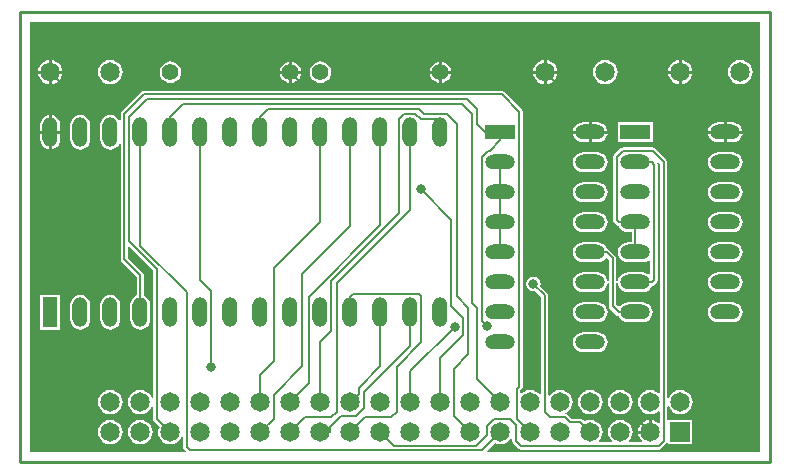
<source format=gtl>
%FSLAX24Y24*%
%MOIN*%
G70*
G01*
G75*
G04 Layer_Physical_Order=1*
G04 Layer_Color=255*
%ADD10C,0.0100*%
%ADD11C,0.0080*%
%ADD12C,0.0551*%
%ADD13C,0.0650*%
%ADD14R,0.0650X0.0650*%
%ADD15O,0.0500X0.1000*%
%ADD16R,0.0500X0.1000*%
%ADD17O,0.1000X0.0500*%
%ADD18R,0.1000X0.0500*%
%ADD19C,0.0320*%
G36*
X44667Y30333D02*
X35571D01*
X35552Y30379D01*
X35812Y30639D01*
X35894Y30605D01*
X36000Y30592D01*
X36106Y30605D01*
X36204Y30646D01*
X36289Y30711D01*
X36350Y30791D01*
X36398Y30775D01*
Y30720D01*
X36398Y30720D01*
X36398D01*
X36407Y30673D01*
X36433Y30633D01*
X36613Y30453D01*
X36653Y30427D01*
X36700Y30418D01*
X41280D01*
X41327Y30427D01*
X41367Y30453D01*
Y30453D01*
X41367D01*
D01*
D01*
D01*
D01*
D01*
D01*
X41367D01*
D01*
X41367D01*
Y30453D01*
D01*
D01*
D01*
D01*
Y30453D01*
D01*
D01*
D01*
D01*
D01*
D01*
Y30453D01*
D01*
D01*
X41367D01*
D01*
D01*
D01*
X41537Y30623D01*
X41547Y30639D01*
X41595Y30625D01*
Y30595D01*
X42405D01*
Y31405D01*
X41608D01*
X41608Y31405D01*
D01*
D01*
X41608Y31405D01*
X41595Y31405D01*
X41572Y31428D01*
Y31846D01*
X41621Y31856D01*
X41646Y31796D01*
X41711Y31711D01*
X41796Y31646D01*
X41894Y31605D01*
X42000Y31592D01*
X42106Y31605D01*
X42204Y31646D01*
X42289Y31711D01*
X42354Y31796D01*
X42395Y31894D01*
X42408Y32000D01*
X42395Y32106D01*
X42354Y32204D01*
X42289Y32289D01*
X42204Y32354D01*
X42106Y32395D01*
X42000Y32408D01*
X41894Y32395D01*
X41796Y32354D01*
X41711Y32289D01*
X41646Y32204D01*
X41621Y32144D01*
X41572Y32154D01*
Y40000D01*
X41563Y40047D01*
X41537Y40087D01*
X41167Y40457D01*
X41127Y40483D01*
X41080Y40492D01*
X40090D01*
X40043Y40483D01*
X40003Y40457D01*
X39793Y40247D01*
X39767Y40207D01*
X39758Y40160D01*
Y38080D01*
X39767Y38033D01*
X39793Y37993D01*
X39873Y37913D01*
X39873Y37913D01*
X39873D01*
X39873Y37913D01*
X39873D01*
X39873Y37913D01*
Y37913D01*
Y37913D01*
D01*
D01*
X39873D01*
Y37913D01*
X39913Y37887D01*
X39942Y37881D01*
X39962Y37834D01*
X40015Y37765D01*
X40084Y37712D01*
X40164Y37678D01*
X40250Y37667D01*
X40378D01*
Y37333D01*
X40250D01*
X40164Y37322D01*
X40084Y37288D01*
X40015Y37235D01*
X39962Y37166D01*
X39928Y37086D01*
X39917Y37000D01*
X39928Y36914D01*
X39962Y36834D01*
X40015Y36765D01*
X40084Y36712D01*
X40164Y36678D01*
X40250Y36667D01*
X40750D01*
X40836Y36678D01*
X40916Y36712D01*
X40953Y36740D01*
X40998Y36718D01*
Y36282D01*
X40953Y36260D01*
X40916Y36288D01*
X40836Y36322D01*
X40750Y36333D01*
X40250D01*
X40164Y36322D01*
X40084Y36288D01*
X40015Y36235D01*
X39962Y36166D01*
X39928Y36086D01*
X39922Y36039D01*
X39872Y36042D01*
Y36800D01*
X39863Y36847D01*
X39837Y36887D01*
X39637Y37087D01*
X39597Y37113D01*
X39557Y37121D01*
X39538Y37166D01*
X39485Y37235D01*
X39416Y37288D01*
X39336Y37322D01*
X39250Y37333D01*
X38750D01*
X38664Y37322D01*
X38584Y37288D01*
X38515Y37235D01*
X38462Y37166D01*
X38428Y37086D01*
X38417Y37000D01*
X38428Y36914D01*
X38462Y36834D01*
X38515Y36765D01*
X38584Y36712D01*
X38664Y36678D01*
X38750Y36667D01*
X39250D01*
X39336Y36678D01*
X39416Y36712D01*
X39485Y36765D01*
X39517Y36806D01*
X39567Y36810D01*
X39628Y36749D01*
Y36042D01*
X39578Y36039D01*
X39572Y36086D01*
X39538Y36166D01*
X39485Y36235D01*
X39416Y36288D01*
X39336Y36322D01*
X39250Y36333D01*
X38750D01*
X38664Y36322D01*
X38584Y36288D01*
X38515Y36235D01*
X38462Y36166D01*
X38428Y36086D01*
X38417Y36000D01*
X38428Y35914D01*
X38462Y35834D01*
X38515Y35765D01*
X38584Y35712D01*
X38664Y35678D01*
X38750Y35667D01*
X39250D01*
X39336Y35678D01*
X39416Y35712D01*
X39485Y35765D01*
X39538Y35834D01*
X39572Y35914D01*
X39578Y35961D01*
X39628Y35958D01*
Y35200D01*
X39637Y35153D01*
X39663Y35113D01*
X39863Y34913D01*
X39903Y34887D01*
X39943Y34879D01*
X39962Y34834D01*
X40015Y34765D01*
X40084Y34712D01*
X40164Y34678D01*
X40250Y34667D01*
X40750D01*
X40836Y34678D01*
X40916Y34712D01*
X40985Y34765D01*
X41038Y34834D01*
X41072Y34914D01*
X41083Y35000D01*
X41072Y35086D01*
X41038Y35166D01*
X40985Y35235D01*
X40916Y35288D01*
X40836Y35322D01*
X40750Y35333D01*
X40250D01*
X40164Y35322D01*
X40084Y35288D01*
X40015Y35235D01*
X39983Y35194D01*
X39933Y35190D01*
X39872Y35251D01*
Y35958D01*
X39922Y35961D01*
X39928Y35914D01*
X39962Y35834D01*
X40015Y35765D01*
X40084Y35712D01*
X40164Y35678D01*
X40250Y35667D01*
X40750D01*
X40836Y35678D01*
X40916Y35712D01*
X40985Y35765D01*
X41038Y35834D01*
X41058Y35881D01*
X41087Y35887D01*
X41127Y35913D01*
Y35913D01*
X41127D01*
D01*
D01*
D01*
D01*
D01*
D01*
X41127D01*
D01*
X41127D01*
Y35913D01*
D01*
D01*
D01*
D01*
Y35913D01*
D01*
D01*
D01*
D01*
D01*
D01*
Y35913D01*
D01*
D01*
X41127D01*
D01*
D01*
D01*
X41207Y35993D01*
X41233Y36033D01*
X41242Y36080D01*
Y39920D01*
X41233Y39967D01*
X41219Y39987D01*
X41258Y40019D01*
X41328Y39949D01*
Y32316D01*
X41283Y32293D01*
X41204Y32354D01*
X41106Y32395D01*
X41000Y32408D01*
X40894Y32395D01*
X40796Y32354D01*
X40711Y32289D01*
X40646Y32204D01*
X40605Y32106D01*
X40592Y32000D01*
X40605Y31894D01*
X40646Y31796D01*
X40711Y31711D01*
X40796Y31646D01*
X40894Y31605D01*
X41000Y31592D01*
X41106Y31605D01*
X41204Y31646D01*
X41283Y31707D01*
X41328Y31684D01*
Y31316D01*
X41283Y31293D01*
X41204Y31354D01*
X41106Y31395D01*
X41050Y31402D01*
Y31000D01*
X41000D01*
Y30950D01*
X40598D01*
X40605Y30894D01*
X40646Y30796D01*
X40711Y30711D01*
X40713Y30710D01*
X40697Y30662D01*
X40303D01*
X40287Y30710D01*
X40289Y30711D01*
X40354Y30796D01*
X40395Y30894D01*
X40408Y31000D01*
X40395Y31106D01*
X40354Y31204D01*
X40289Y31289D01*
X40204Y31354D01*
X40106Y31395D01*
X40000Y31408D01*
X39894Y31395D01*
X39796Y31354D01*
X39711Y31289D01*
X39646Y31204D01*
X39605Y31106D01*
X39592Y31000D01*
X39605Y30894D01*
X39646Y30796D01*
X39711Y30711D01*
X39713Y30710D01*
X39697Y30662D01*
X39303D01*
X39287Y30710D01*
X39289Y30711D01*
X39354Y30796D01*
X39395Y30894D01*
X39408Y31000D01*
X39395Y31106D01*
X39354Y31204D01*
X39289Y31289D01*
X39204Y31354D01*
X39106Y31395D01*
X39000Y31408D01*
X38894Y31395D01*
X38812Y31361D01*
X38757Y31417D01*
X38717Y31443D01*
X38670Y31452D01*
X38381D01*
X38247Y31587D01*
X38207Y31613D01*
X38160Y31622D01*
X38159Y31627D01*
X38204Y31646D01*
X38289Y31711D01*
X38354Y31796D01*
X38395Y31894D01*
X38408Y32000D01*
X38395Y32106D01*
X38354Y32204D01*
X38289Y32289D01*
X38204Y32354D01*
X38106Y32395D01*
X38000Y32408D01*
X37894Y32395D01*
X37796Y32354D01*
X37711Y32289D01*
X37650Y32209D01*
X37602Y32225D01*
Y35560D01*
X37593Y35607D01*
X37567Y35647D01*
X37567Y35647D01*
D01*
D01*
D01*
D01*
X37567Y35647D01*
D01*
D01*
X37567D01*
X37333Y35880D01*
X37345Y35940D01*
X37326Y36034D01*
X37273Y36113D01*
X37194Y36166D01*
X37100Y36185D01*
X37006Y36166D01*
X36927Y36113D01*
X36874Y36034D01*
X36855Y35940D01*
X36874Y35846D01*
X36927Y35767D01*
X37006Y35714D01*
X37100Y35695D01*
X37160Y35707D01*
X37358Y35509D01*
Y32277D01*
X37310Y32261D01*
X37289Y32289D01*
X37204Y32354D01*
X37106Y32395D01*
X37000Y32408D01*
X36894Y32395D01*
X36796Y32354D01*
X36717Y32293D01*
X36672Y32316D01*
Y32399D01*
X36707Y32433D01*
X36733Y32473D01*
X36742Y32520D01*
D01*
D01*
D01*
D01*
D01*
X36742D01*
D01*
D01*
D01*
D01*
Y32520D01*
X36742D01*
D01*
Y32520D01*
D01*
D01*
D01*
D01*
D01*
D01*
D01*
D01*
D01*
D01*
D01*
D01*
Y32520D01*
D01*
X36742D01*
D01*
D01*
D01*
D01*
X36742Y32520D01*
Y41680D01*
X36733Y41727D01*
X36707Y41767D01*
X36707Y41767D01*
D01*
D01*
D01*
D01*
X36707Y41767D01*
D01*
D01*
X36707D01*
X36127Y42347D01*
X36087Y42373D01*
X36040Y42382D01*
X24120D01*
X24073Y42373D01*
X24033Y42347D01*
X23383Y41697D01*
X23357Y41657D01*
X23348Y41610D01*
Y41401D01*
X23299Y41391D01*
X23288Y41416D01*
X23235Y41485D01*
X23166Y41538D01*
X23086Y41572D01*
X23000Y41583D01*
X22914Y41572D01*
X22834Y41538D01*
X22765Y41485D01*
X22712Y41416D01*
X22678Y41336D01*
X22667Y41250D01*
Y40750D01*
X22678Y40664D01*
X22712Y40584D01*
X22765Y40515D01*
X22834Y40462D01*
X22914Y40428D01*
X23000Y40417D01*
X23086Y40428D01*
X23166Y40462D01*
X23235Y40515D01*
X23288Y40584D01*
X23299Y40609D01*
X23348Y40599D01*
Y36760D01*
X23348Y36760D01*
X23348D01*
X23357Y36713D01*
X23383Y36673D01*
X23878Y36179D01*
Y35557D01*
X23834Y35538D01*
X23765Y35485D01*
X23712Y35416D01*
X23678Y35336D01*
X23667Y35250D01*
Y34750D01*
X23678Y34664D01*
X23712Y34584D01*
X23765Y34515D01*
X23834Y34462D01*
X23914Y34428D01*
X24000Y34417D01*
X24086Y34428D01*
X24166Y34462D01*
X24235Y34515D01*
X24288Y34584D01*
X24322Y34664D01*
X24333Y34750D01*
Y35250D01*
X24322Y35336D01*
X24288Y35416D01*
X24235Y35485D01*
X24166Y35538D01*
X24122Y35557D01*
Y36230D01*
X24113Y36277D01*
X24087Y36317D01*
X24087Y36317D01*
D01*
D01*
D01*
D01*
X24087Y36317D01*
D01*
D01*
X24087D01*
X23592Y36811D01*
Y37159D01*
X23639Y37178D01*
X24428Y36389D01*
Y32154D01*
X24379Y32144D01*
X24354Y32204D01*
X24289Y32289D01*
X24204Y32354D01*
X24106Y32395D01*
X24000Y32408D01*
X23894Y32395D01*
X23796Y32354D01*
X23711Y32289D01*
X23646Y32204D01*
X23605Y32106D01*
X23592Y32000D01*
X23605Y31894D01*
X23646Y31796D01*
X23711Y31711D01*
X23796Y31646D01*
X23894Y31605D01*
X24000Y31592D01*
X24106Y31605D01*
X24204Y31646D01*
X24289Y31711D01*
X24354Y31796D01*
X24379Y31856D01*
X24428Y31846D01*
Y31450D01*
X24437Y31403D01*
X24463Y31363D01*
X24639Y31188D01*
X24605Y31106D01*
X24592Y31000D01*
X24605Y30894D01*
X24646Y30796D01*
X24711Y30711D01*
X24796Y30646D01*
X24894Y30605D01*
X25000Y30592D01*
X25106Y30605D01*
X25204Y30646D01*
X25289Y30711D01*
X25354Y30796D01*
X25379Y30856D01*
X25428Y30846D01*
Y30510D01*
X25428Y30510D01*
X25428D01*
X25437Y30463D01*
X25463Y30423D01*
X25508Y30379D01*
X25489Y30333D01*
X20333D01*
Y44667D01*
X44667D01*
Y30333D01*
D02*
G37*
%LPC*%
G36*
X43750Y40333D02*
X43250D01*
X43164Y40322D01*
X43084Y40288D01*
X43015Y40235D01*
X42962Y40166D01*
X42928Y40086D01*
X42917Y40000D01*
X42928Y39914D01*
X42962Y39834D01*
X43015Y39765D01*
X43084Y39712D01*
X43164Y39678D01*
X43250Y39667D01*
X43750D01*
X43836Y39678D01*
X43916Y39712D01*
X43985Y39765D01*
X44038Y39834D01*
X44072Y39914D01*
X44083Y40000D01*
X44072Y40086D01*
X44038Y40166D01*
X43985Y40235D01*
X43916Y40288D01*
X43836Y40322D01*
X43750Y40333D01*
D02*
G37*
G36*
X22000Y41583D02*
X21914Y41572D01*
X21834Y41538D01*
X21765Y41485D01*
X21712Y41416D01*
X21678Y41336D01*
X21667Y41250D01*
Y40750D01*
X21678Y40664D01*
X21712Y40584D01*
X21765Y40515D01*
X21834Y40462D01*
X21914Y40428D01*
X22000Y40417D01*
X22086Y40428D01*
X22166Y40462D01*
X22235Y40515D01*
X22288Y40584D01*
X22322Y40664D01*
X22333Y40750D01*
Y41250D01*
X22322Y41336D01*
X22288Y41416D01*
X22235Y41485D01*
X22166Y41538D01*
X22086Y41572D01*
X22000Y41583D01*
D02*
G37*
G36*
X20950Y40950D02*
X20667D01*
Y40750D01*
X20678Y40664D01*
X20712Y40584D01*
X20765Y40515D01*
X20834Y40462D01*
X20914Y40428D01*
X20950Y40424D01*
Y40950D01*
D02*
G37*
G36*
X39250Y39333D02*
X38750D01*
X38664Y39322D01*
X38584Y39288D01*
X38515Y39235D01*
X38462Y39166D01*
X38428Y39086D01*
X38417Y39000D01*
X38428Y38914D01*
X38462Y38834D01*
X38515Y38765D01*
X38584Y38712D01*
X38664Y38678D01*
X38750Y38667D01*
X39250D01*
X39336Y38678D01*
X39416Y38712D01*
X39485Y38765D01*
X39538Y38834D01*
X39572Y38914D01*
X39583Y39000D01*
X39572Y39086D01*
X39538Y39166D01*
X39485Y39235D01*
X39416Y39288D01*
X39336Y39322D01*
X39250Y39333D01*
D02*
G37*
G36*
X43750Y38333D02*
X43250D01*
X43164Y38322D01*
X43084Y38288D01*
X43015Y38235D01*
X42962Y38166D01*
X42928Y38086D01*
X42917Y38000D01*
X42928Y37914D01*
X42962Y37834D01*
X43015Y37765D01*
X43084Y37712D01*
X43164Y37678D01*
X43250Y37667D01*
X43750D01*
X43836Y37678D01*
X43916Y37712D01*
X43985Y37765D01*
X44038Y37834D01*
X44072Y37914D01*
X44083Y38000D01*
X44072Y38086D01*
X44038Y38166D01*
X43985Y38235D01*
X43916Y38288D01*
X43836Y38322D01*
X43750Y38333D01*
D02*
G37*
G36*
X39250Y40333D02*
X38750D01*
X38664Y40322D01*
X38584Y40288D01*
X38515Y40235D01*
X38462Y40166D01*
X38428Y40086D01*
X38417Y40000D01*
X38428Y39914D01*
X38462Y39834D01*
X38515Y39765D01*
X38584Y39712D01*
X38664Y39678D01*
X38750Y39667D01*
X39250D01*
X39336Y39678D01*
X39416Y39712D01*
X39485Y39765D01*
X39538Y39834D01*
X39572Y39914D01*
X39583Y40000D01*
X39572Y40086D01*
X39538Y40166D01*
X39485Y40235D01*
X39416Y40288D01*
X39336Y40322D01*
X39250Y40333D01*
D02*
G37*
G36*
X43750Y39333D02*
X43250D01*
X43164Y39322D01*
X43084Y39288D01*
X43015Y39235D01*
X42962Y39166D01*
X42928Y39086D01*
X42917Y39000D01*
X42928Y38914D01*
X42962Y38834D01*
X43015Y38765D01*
X43084Y38712D01*
X43164Y38678D01*
X43250Y38667D01*
X43750D01*
X43836Y38678D01*
X43916Y38712D01*
X43985Y38765D01*
X44038Y38834D01*
X44072Y38914D01*
X44083Y39000D01*
X44072Y39086D01*
X44038Y39166D01*
X43985Y39235D01*
X43916Y39288D01*
X43836Y39322D01*
X43750Y39333D01*
D02*
G37*
G36*
X44076Y40950D02*
X43550D01*
Y40667D01*
X43750D01*
X43836Y40678D01*
X43916Y40712D01*
X43985Y40765D01*
X44038Y40834D01*
X44072Y40914D01*
X44076Y40950D01*
D02*
G37*
G36*
X41080Y41330D02*
X39920D01*
Y40670D01*
X41080D01*
Y41330D01*
D02*
G37*
G36*
X20950Y41576D02*
X20914Y41572D01*
X20834Y41538D01*
X20765Y41485D01*
X20712Y41416D01*
X20678Y41336D01*
X20667Y41250D01*
Y41050D01*
X20950D01*
Y41576D01*
D02*
G37*
G36*
X43450Y40950D02*
X42924D01*
X42928Y40914D01*
X42962Y40834D01*
X43015Y40765D01*
X43084Y40712D01*
X43164Y40678D01*
X43250Y40667D01*
X43450D01*
Y40950D01*
D02*
G37*
G36*
X21333D02*
X21050D01*
Y40424D01*
X21086Y40428D01*
X21166Y40462D01*
X21235Y40515D01*
X21288Y40584D01*
X21322Y40664D01*
X21333Y40750D01*
Y40950D01*
D02*
G37*
G36*
X38950D02*
X38424D01*
X38428Y40914D01*
X38462Y40834D01*
X38515Y40765D01*
X38584Y40712D01*
X38664Y40678D01*
X38750Y40667D01*
X38950D01*
Y40950D01*
D02*
G37*
G36*
X39576D02*
X39050D01*
Y40667D01*
X39250D01*
X39336Y40678D01*
X39416Y40712D01*
X39485Y40765D01*
X39538Y40834D01*
X39572Y40914D01*
X39576Y40950D01*
D02*
G37*
G36*
X39250Y38333D02*
X38750D01*
X38664Y38322D01*
X38584Y38288D01*
X38515Y38235D01*
X38462Y38166D01*
X38428Y38086D01*
X38417Y38000D01*
X38428Y37914D01*
X38462Y37834D01*
X38515Y37765D01*
X38584Y37712D01*
X38664Y37678D01*
X38750Y37667D01*
X39250D01*
X39336Y37678D01*
X39416Y37712D01*
X39485Y37765D01*
X39538Y37834D01*
X39572Y37914D01*
X39583Y38000D01*
X39572Y38086D01*
X39538Y38166D01*
X39485Y38235D01*
X39416Y38288D01*
X39336Y38322D01*
X39250Y38333D01*
D02*
G37*
G36*
X39000Y32408D02*
X38894Y32395D01*
X38796Y32354D01*
X38711Y32289D01*
X38646Y32204D01*
X38605Y32106D01*
X38592Y32000D01*
X38605Y31894D01*
X38646Y31796D01*
X38711Y31711D01*
X38796Y31646D01*
X38894Y31605D01*
X39000Y31592D01*
X39106Y31605D01*
X39204Y31646D01*
X39289Y31711D01*
X39354Y31796D01*
X39395Y31894D01*
X39408Y32000D01*
X39395Y32106D01*
X39354Y32204D01*
X39289Y32289D01*
X39204Y32354D01*
X39106Y32395D01*
X39000Y32408D01*
D02*
G37*
G36*
X40000D02*
X39894Y32395D01*
X39796Y32354D01*
X39711Y32289D01*
X39646Y32204D01*
X39605Y32106D01*
X39592Y32000D01*
X39605Y31894D01*
X39646Y31796D01*
X39711Y31711D01*
X39796Y31646D01*
X39894Y31605D01*
X40000Y31592D01*
X40106Y31605D01*
X40204Y31646D01*
X40289Y31711D01*
X40354Y31796D01*
X40395Y31894D01*
X40408Y32000D01*
X40395Y32106D01*
X40354Y32204D01*
X40289Y32289D01*
X40204Y32354D01*
X40106Y32395D01*
X40000Y32408D01*
D02*
G37*
G36*
X39250Y34333D02*
X38750D01*
X38664Y34322D01*
X38584Y34288D01*
X38515Y34235D01*
X38462Y34166D01*
X38428Y34086D01*
X38417Y34000D01*
X38428Y33914D01*
X38462Y33834D01*
X38515Y33765D01*
X38584Y33712D01*
X38664Y33678D01*
X38750Y33667D01*
X39250D01*
X39336Y33678D01*
X39416Y33712D01*
X39485Y33765D01*
X39538Y33834D01*
X39572Y33914D01*
X39583Y34000D01*
X39572Y34086D01*
X39538Y34166D01*
X39485Y34235D01*
X39416Y34288D01*
X39336Y34322D01*
X39250Y34333D01*
D02*
G37*
G36*
X23000Y32408D02*
X22894Y32395D01*
X22796Y32354D01*
X22711Y32289D01*
X22646Y32204D01*
X22605Y32106D01*
X22592Y32000D01*
X22605Y31894D01*
X22646Y31796D01*
X22711Y31711D01*
X22796Y31646D01*
X22894Y31605D01*
X23000Y31592D01*
X23106Y31605D01*
X23204Y31646D01*
X23289Y31711D01*
X23354Y31796D01*
X23395Y31894D01*
X23408Y32000D01*
X23395Y32106D01*
X23354Y32204D01*
X23289Y32289D01*
X23204Y32354D01*
X23106Y32395D01*
X23000Y32408D01*
D02*
G37*
G36*
Y31408D02*
X22894Y31395D01*
X22796Y31354D01*
X22711Y31289D01*
X22646Y31204D01*
X22605Y31106D01*
X22592Y31000D01*
X22605Y30894D01*
X22646Y30796D01*
X22711Y30711D01*
X22796Y30646D01*
X22894Y30605D01*
X23000Y30592D01*
X23106Y30605D01*
X23204Y30646D01*
X23289Y30711D01*
X23354Y30796D01*
X23395Y30894D01*
X23408Y31000D01*
X23395Y31106D01*
X23354Y31204D01*
X23289Y31289D01*
X23204Y31354D01*
X23106Y31395D01*
X23000Y31408D01*
D02*
G37*
G36*
X24000D02*
X23894Y31395D01*
X23796Y31354D01*
X23711Y31289D01*
X23646Y31204D01*
X23605Y31106D01*
X23592Y31000D01*
X23605Y30894D01*
X23646Y30796D01*
X23711Y30711D01*
X23796Y30646D01*
X23894Y30605D01*
X24000Y30592D01*
X24106Y30605D01*
X24204Y30646D01*
X24289Y30711D01*
X24354Y30796D01*
X24395Y30894D01*
X24408Y31000D01*
X24395Y31106D01*
X24354Y31204D01*
X24289Y31289D01*
X24204Y31354D01*
X24106Y31395D01*
X24000Y31408D01*
D02*
G37*
G36*
X40950Y31402D02*
X40894Y31395D01*
X40796Y31354D01*
X40711Y31289D01*
X40646Y31204D01*
X40605Y31106D01*
X40598Y31050D01*
X40950D01*
Y31402D01*
D02*
G37*
G36*
X43750Y35333D02*
X43250D01*
X43164Y35322D01*
X43084Y35288D01*
X43015Y35235D01*
X42962Y35166D01*
X42928Y35086D01*
X42917Y35000D01*
X42928Y34914D01*
X42962Y34834D01*
X43015Y34765D01*
X43084Y34712D01*
X43164Y34678D01*
X43250Y34667D01*
X43750D01*
X43836Y34678D01*
X43916Y34712D01*
X43985Y34765D01*
X44038Y34834D01*
X44072Y34914D01*
X44083Y35000D01*
X44072Y35086D01*
X44038Y35166D01*
X43985Y35235D01*
X43916Y35288D01*
X43836Y35322D01*
X43750Y35333D01*
D02*
G37*
G36*
Y36333D02*
X43250D01*
X43164Y36322D01*
X43084Y36288D01*
X43015Y36235D01*
X42962Y36166D01*
X42928Y36086D01*
X42917Y36000D01*
X42928Y35914D01*
X42962Y35834D01*
X43015Y35765D01*
X43084Y35712D01*
X43164Y35678D01*
X43250Y35667D01*
X43750D01*
X43836Y35678D01*
X43916Y35712D01*
X43985Y35765D01*
X44038Y35834D01*
X44072Y35914D01*
X44083Y36000D01*
X44072Y36086D01*
X44038Y36166D01*
X43985Y36235D01*
X43916Y36288D01*
X43836Y36322D01*
X43750Y36333D01*
D02*
G37*
G36*
Y37333D02*
X43250D01*
X43164Y37322D01*
X43084Y37288D01*
X43015Y37235D01*
X42962Y37166D01*
X42928Y37086D01*
X42917Y37000D01*
X42928Y36914D01*
X42962Y36834D01*
X43015Y36765D01*
X43084Y36712D01*
X43164Y36678D01*
X43250Y36667D01*
X43750D01*
X43836Y36678D01*
X43916Y36712D01*
X43985Y36765D01*
X44038Y36834D01*
X44072Y36914D01*
X44083Y37000D01*
X44072Y37086D01*
X44038Y37166D01*
X43985Y37235D01*
X43916Y37288D01*
X43836Y37322D01*
X43750Y37333D01*
D02*
G37*
G36*
X39250Y35333D02*
X38750D01*
X38664Y35322D01*
X38584Y35288D01*
X38515Y35235D01*
X38462Y35166D01*
X38428Y35086D01*
X38417Y35000D01*
X38428Y34914D01*
X38462Y34834D01*
X38515Y34765D01*
X38584Y34712D01*
X38664Y34678D01*
X38750Y34667D01*
X39250D01*
X39336Y34678D01*
X39416Y34712D01*
X39485Y34765D01*
X39538Y34834D01*
X39572Y34914D01*
X39583Y35000D01*
X39572Y35086D01*
X39538Y35166D01*
X39485Y35235D01*
X39416Y35288D01*
X39336Y35322D01*
X39250Y35333D01*
D02*
G37*
G36*
X22000Y35583D02*
X21914Y35572D01*
X21834Y35538D01*
X21765Y35485D01*
X21712Y35416D01*
X21678Y35336D01*
X21667Y35250D01*
Y34750D01*
X21678Y34664D01*
X21712Y34584D01*
X21765Y34515D01*
X21834Y34462D01*
X21914Y34428D01*
X22000Y34417D01*
X22086Y34428D01*
X22166Y34462D01*
X22235Y34515D01*
X22288Y34584D01*
X22322Y34664D01*
X22333Y34750D01*
Y35250D01*
X22322Y35336D01*
X22288Y35416D01*
X22235Y35485D01*
X22166Y35538D01*
X22086Y35572D01*
X22000Y35583D01*
D02*
G37*
G36*
X23000D02*
X22914Y35572D01*
X22834Y35538D01*
X22765Y35485D01*
X22712Y35416D01*
X22678Y35336D01*
X22667Y35250D01*
Y34750D01*
X22678Y34664D01*
X22712Y34584D01*
X22765Y34515D01*
X22834Y34462D01*
X22914Y34428D01*
X23000Y34417D01*
X23086Y34428D01*
X23166Y34462D01*
X23235Y34515D01*
X23288Y34584D01*
X23322Y34664D01*
X23333Y34750D01*
Y35250D01*
X23322Y35336D01*
X23288Y35416D01*
X23235Y35485D01*
X23166Y35538D01*
X23086Y35572D01*
X23000Y35583D01*
D02*
G37*
G36*
X21330Y35580D02*
X20670D01*
Y34420D01*
X21330D01*
Y35580D01*
D02*
G37*
G36*
X34352Y42950D02*
X34050D01*
Y42648D01*
X34093Y42654D01*
X34179Y42689D01*
X34254Y42746D01*
X34311Y42821D01*
X34346Y42907D01*
X34352Y42950D01*
D02*
G37*
G36*
X20950Y43402D02*
X20894Y43395D01*
X20796Y43354D01*
X20711Y43289D01*
X20646Y43204D01*
X20605Y43106D01*
X20598Y43050D01*
X20950D01*
Y43402D01*
D02*
G37*
G36*
X21050D02*
Y43050D01*
X21402D01*
X21395Y43106D01*
X21354Y43204D01*
X21289Y43289D01*
X21204Y43354D01*
X21106Y43395D01*
X21050Y43402D01*
D02*
G37*
G36*
X33950Y42950D02*
X33648D01*
X33654Y42907D01*
X33689Y42821D01*
X33746Y42746D01*
X33821Y42689D01*
X33907Y42654D01*
X33950Y42648D01*
Y42950D01*
D02*
G37*
G36*
X30000Y43359D02*
X29907Y43346D01*
X29821Y43311D01*
X29746Y43254D01*
X29689Y43179D01*
X29654Y43093D01*
X29641Y43000D01*
X29654Y42907D01*
X29689Y42821D01*
X29746Y42746D01*
X29821Y42689D01*
X29907Y42654D01*
X30000Y42641D01*
X30093Y42654D01*
X30179Y42689D01*
X30254Y42746D01*
X30311Y42821D01*
X30346Y42907D01*
X30359Y43000D01*
X30346Y43093D01*
X30311Y43179D01*
X30254Y43254D01*
X30179Y43311D01*
X30093Y43346D01*
X30000Y43359D01*
D02*
G37*
G36*
X28950Y42950D02*
X28648D01*
X28654Y42907D01*
X28689Y42821D01*
X28746Y42746D01*
X28821Y42689D01*
X28907Y42654D01*
X28950Y42648D01*
Y42950D01*
D02*
G37*
G36*
X29352D02*
X29050D01*
Y42648D01*
X29093Y42654D01*
X29179Y42689D01*
X29254Y42746D01*
X29311Y42821D01*
X29346Y42907D01*
X29352Y42950D01*
D02*
G37*
G36*
X28950Y43352D02*
X28907Y43346D01*
X28821Y43311D01*
X28746Y43254D01*
X28689Y43179D01*
X28654Y43093D01*
X28648Y43050D01*
X28950D01*
Y43352D01*
D02*
G37*
G36*
X37550Y43402D02*
Y43050D01*
X37902D01*
X37895Y43106D01*
X37854Y43204D01*
X37789Y43289D01*
X37704Y43354D01*
X37606Y43395D01*
X37550Y43402D01*
D02*
G37*
G36*
X41950D02*
X41894Y43395D01*
X41796Y43354D01*
X41711Y43289D01*
X41646Y43204D01*
X41605Y43106D01*
X41598Y43050D01*
X41950D01*
Y43402D01*
D02*
G37*
G36*
X42050D02*
Y43050D01*
X42402D01*
X42395Y43106D01*
X42354Y43204D01*
X42289Y43289D01*
X42204Y43354D01*
X42106Y43395D01*
X42050Y43402D01*
D02*
G37*
G36*
X37450D02*
X37394Y43395D01*
X37296Y43354D01*
X37211Y43289D01*
X37146Y43204D01*
X37105Y43106D01*
X37098Y43050D01*
X37450D01*
Y43402D01*
D02*
G37*
G36*
X29050Y43352D02*
Y43050D01*
X29352D01*
X29346Y43093D01*
X29311Y43179D01*
X29254Y43254D01*
X29179Y43311D01*
X29093Y43346D01*
X29050Y43352D01*
D02*
G37*
G36*
X33950D02*
X33907Y43346D01*
X33821Y43311D01*
X33746Y43254D01*
X33689Y43179D01*
X33654Y43093D01*
X33648Y43050D01*
X33950D01*
Y43352D01*
D02*
G37*
G36*
X34050D02*
Y43050D01*
X34352D01*
X34346Y43093D01*
X34311Y43179D01*
X34254Y43254D01*
X34179Y43311D01*
X34093Y43346D01*
X34050Y43352D01*
D02*
G37*
G36*
X43750Y41333D02*
X43550D01*
Y41050D01*
X44076D01*
X44072Y41086D01*
X44038Y41166D01*
X43985Y41235D01*
X43916Y41288D01*
X43836Y41322D01*
X43750Y41333D01*
D02*
G37*
G36*
X23000Y43408D02*
X22894Y43395D01*
X22796Y43354D01*
X22711Y43289D01*
X22646Y43204D01*
X22605Y43106D01*
X22592Y43000D01*
X22605Y42894D01*
X22646Y42796D01*
X22711Y42711D01*
X22796Y42646D01*
X22894Y42605D01*
X23000Y42592D01*
X23106Y42605D01*
X23204Y42646D01*
X23289Y42711D01*
X23354Y42796D01*
X23395Y42894D01*
X23408Y43000D01*
X23395Y43106D01*
X23354Y43204D01*
X23289Y43289D01*
X23204Y43354D01*
X23106Y43395D01*
X23000Y43408D01*
D02*
G37*
G36*
X39500D02*
X39394Y43395D01*
X39296Y43354D01*
X39211Y43289D01*
X39146Y43204D01*
X39105Y43106D01*
X39092Y43000D01*
X39105Y42894D01*
X39146Y42796D01*
X39211Y42711D01*
X39296Y42646D01*
X39394Y42605D01*
X39500Y42592D01*
X39606Y42605D01*
X39704Y42646D01*
X39789Y42711D01*
X39854Y42796D01*
X39895Y42894D01*
X39908Y43000D01*
X39895Y43106D01*
X39854Y43204D01*
X39789Y43289D01*
X39704Y43354D01*
X39606Y43395D01*
X39500Y43408D01*
D02*
G37*
G36*
X43450Y41333D02*
X43250D01*
X43164Y41322D01*
X43084Y41288D01*
X43015Y41235D01*
X42962Y41166D01*
X42928Y41086D01*
X42924Y41050D01*
X43450D01*
Y41333D01*
D02*
G37*
G36*
X21050Y41576D02*
Y41050D01*
X21333D01*
Y41250D01*
X21322Y41336D01*
X21288Y41416D01*
X21235Y41485D01*
X21166Y41538D01*
X21086Y41572D01*
X21050Y41576D01*
D02*
G37*
G36*
X38950Y41333D02*
X38750D01*
X38664Y41322D01*
X38584Y41288D01*
X38515Y41235D01*
X38462Y41166D01*
X38428Y41086D01*
X38424Y41050D01*
X38950D01*
Y41333D01*
D02*
G37*
G36*
X39250D02*
X39050D01*
Y41050D01*
X39576D01*
X39572Y41086D01*
X39538Y41166D01*
X39485Y41235D01*
X39416Y41288D01*
X39336Y41322D01*
X39250Y41333D01*
D02*
G37*
G36*
X44000Y43408D02*
X43894Y43395D01*
X43796Y43354D01*
X43711Y43289D01*
X43646Y43204D01*
X43605Y43106D01*
X43591Y43000D01*
X43605Y42894D01*
X43646Y42796D01*
X43711Y42711D01*
X43796Y42646D01*
X43894Y42605D01*
X44000Y42592D01*
X44106Y42605D01*
X44204Y42646D01*
X44289Y42711D01*
X44354Y42796D01*
X44395Y42894D01*
X44408Y43000D01*
X44395Y43106D01*
X44354Y43204D01*
X44289Y43289D01*
X44204Y43354D01*
X44106Y43395D01*
X44000Y43408D01*
D02*
G37*
G36*
X41950Y42950D02*
X41598D01*
X41605Y42894D01*
X41646Y42796D01*
X41711Y42711D01*
X41796Y42646D01*
X41894Y42605D01*
X41950Y42598D01*
Y42950D01*
D02*
G37*
G36*
X42402D02*
X42050D01*
Y42598D01*
X42106Y42605D01*
X42204Y42646D01*
X42289Y42711D01*
X42354Y42796D01*
X42395Y42894D01*
X42402Y42950D01*
D02*
G37*
G36*
X25000Y43359D02*
X24907Y43346D01*
X24821Y43311D01*
X24746Y43254D01*
X24689Y43179D01*
X24654Y43093D01*
X24641Y43000D01*
X24654Y42907D01*
X24689Y42821D01*
X24746Y42746D01*
X24821Y42689D01*
X24907Y42654D01*
X25000Y42641D01*
X25093Y42654D01*
X25179Y42689D01*
X25254Y42746D01*
X25311Y42821D01*
X25346Y42907D01*
X25359Y43000D01*
X25346Y43093D01*
X25311Y43179D01*
X25254Y43254D01*
X25179Y43311D01*
X25093Y43346D01*
X25000Y43359D01*
D02*
G37*
G36*
X37902Y42950D02*
X37550D01*
Y42598D01*
X37606Y42605D01*
X37704Y42646D01*
X37789Y42711D01*
X37854Y42796D01*
X37895Y42894D01*
X37902Y42950D01*
D02*
G37*
G36*
X20950D02*
X20598D01*
X20605Y42894D01*
X20646Y42796D01*
X20711Y42711D01*
X20796Y42646D01*
X20894Y42605D01*
X20950Y42598D01*
Y42950D01*
D02*
G37*
G36*
X21402D02*
X21050D01*
Y42598D01*
X21106Y42605D01*
X21204Y42646D01*
X21289Y42711D01*
X21354Y42796D01*
X21395Y42894D01*
X21402Y42950D01*
D02*
G37*
G36*
X37450D02*
X37098D01*
X37105Y42894D01*
X37146Y42796D01*
X37211Y42711D01*
X37296Y42646D01*
X37394Y42605D01*
X37450Y42598D01*
Y42950D01*
D02*
G37*
%LPD*%
D10*
X20000Y30000D02*
Y45000D01*
Y30000D02*
X45000D01*
Y45000D01*
X20000D02*
X45000D01*
D11*
X30320Y31000D02*
Y31170D01*
X33350Y41440D02*
X34000D01*
X36000Y39000D02*
Y40000D01*
Y38000D02*
Y39000D01*
Y37000D02*
Y38000D01*
X38670Y31330D02*
X39000Y31000D01*
X38330Y31330D02*
X38670D01*
X38160Y31500D02*
X38330Y31330D01*
X37660Y31500D02*
X38160D01*
X37480Y31680D02*
X37660Y31500D01*
X37480Y31680D02*
Y35560D01*
X37100Y35940D02*
X37480Y35560D01*
X24000Y37220D02*
Y41000D01*
Y37220D02*
X25550Y35670D01*
Y30510D02*
Y35670D01*
Y30510D02*
X25670Y30390D01*
X35390D01*
X36000Y31000D01*
X35218Y32782D02*
X36000Y32000D01*
X35218Y32782D02*
Y35142D01*
X35050Y35310D02*
X35218Y35142D01*
X35050Y35310D02*
Y41610D01*
X34720Y41940D02*
X35050Y41610D01*
X25420Y41940D02*
X34720D01*
X25000Y41520D02*
X25420Y41940D01*
X25000Y41000D02*
Y41520D01*
X26370Y33160D02*
Y35700D01*
X26000Y36070D02*
X26370Y35700D01*
X26000Y36070D02*
Y41000D01*
X33000Y32000D02*
Y33030D01*
X34490Y34520D01*
X31000Y37857D02*
Y41000D01*
X29400Y36257D02*
X31000Y37857D01*
X29400Y33190D02*
Y36257D01*
X28450Y32240D02*
X29400Y33190D01*
X28450Y31450D02*
Y32240D01*
X28000Y31000D02*
X28450Y31450D01*
X35490Y41000D02*
X36000D01*
X35210Y41280D02*
X35490Y41000D01*
X35210Y41280D02*
Y41770D01*
X34880Y42100D02*
X35210Y41770D01*
X24210Y42100D02*
X34880D01*
X23630Y41520D02*
X24210Y42100D01*
X23630Y37360D02*
Y41520D01*
Y37360D02*
X24550Y36440D01*
Y31450D02*
Y36440D01*
Y31450D02*
X25000Y31000D01*
X36000Y40730D02*
Y41000D01*
X35640Y40370D02*
X36000Y40730D01*
X35590Y40370D02*
X35640D01*
X35380Y40160D02*
X35590Y40370D01*
X35380Y34690D02*
Y40160D01*
Y34690D02*
X35540Y34530D01*
X24000Y35000D02*
Y36230D01*
X23470Y36760D02*
X24000Y36230D01*
X23470Y36760D02*
Y41610D01*
X24120Y42260D01*
X36040D01*
X36620Y41680D01*
Y32520D02*
Y41680D01*
X36550Y32450D02*
X36620Y32520D01*
X36550Y31450D02*
Y32450D01*
Y31450D02*
X37000Y31000D01*
X33340Y39090D02*
X34370Y38060D01*
Y35200D02*
Y38060D01*
Y35200D02*
X34770Y34800D01*
Y34240D02*
Y34800D01*
X34000Y33470D02*
X34770Y34240D01*
X34000Y32000D02*
Y33470D01*
X39960Y38000D02*
X40500D01*
X39880Y38080D02*
X39960Y38000D01*
X39880Y38080D02*
Y40160D01*
X40090Y40370D01*
X41080D01*
X41450Y40000D01*
Y30710D02*
Y40000D01*
X41280Y30540D02*
X41450Y30710D01*
X36700Y30540D02*
X41280D01*
X36520Y30720D02*
X36700Y30540D01*
X36520Y30720D02*
Y31240D01*
X36310Y31450D02*
X36520Y31240D01*
X35800Y31450D02*
X36310D01*
X35550Y31200D02*
X35800Y31450D01*
X35550Y30900D02*
Y31200D01*
X35200Y30550D02*
X35550Y30900D01*
X32450Y30550D02*
X35200D01*
X32000Y31000D02*
X32450Y30550D01*
X28000Y41000D02*
Y41520D01*
X28260Y41780D01*
X33280D01*
X33440Y41620D01*
X34210D01*
X34550Y41280D01*
Y35530D02*
Y41280D01*
Y35530D02*
X34930Y35150D01*
Y33590D02*
Y35150D01*
X34450Y33110D02*
X34930Y33590D01*
X34450Y31550D02*
Y33110D01*
Y31550D02*
X35000Y31000D01*
X30000Y32000D02*
Y34010D01*
X30370Y34380D01*
Y36034D01*
X32630Y38294D01*
Y41450D01*
X32800Y41620D01*
X33170D01*
X33350Y41440D01*
X34000Y41000D02*
Y41440D01*
X29000Y31000D02*
X29500Y31500D01*
X30370D01*
X30550Y31680D01*
Y35970D01*
X33000Y38420D01*
Y41000D01*
X32000Y37890D02*
Y41000D01*
X29630Y35520D02*
X32000Y37890D01*
X29630Y32630D02*
Y35520D01*
X29000Y32000D02*
X29630Y32630D01*
X30000Y31000D02*
X30320D01*
Y31170D02*
X30700Y31550D01*
X31200D01*
X31450Y31800D01*
Y32330D01*
X33000Y33880D01*
Y35000D01*
X31000Y31000D02*
X31500Y31500D01*
X32370D01*
X32550Y31680D01*
Y33180D01*
X33370Y34000D01*
Y35530D01*
X33280Y35620D02*
X33370Y35530D01*
X31100Y35620D02*
X33280D01*
X31000Y35520D02*
X31100Y35620D01*
X31000Y35000D02*
Y35520D01*
X32000Y33197D02*
Y35000D01*
X31283Y32480D02*
X32000Y33197D01*
X31283Y32283D02*
Y32480D01*
X31000Y32000D02*
X31283Y32283D01*
X39550Y37000D02*
X39750Y36800D01*
Y35200D02*
Y36800D01*
Y35200D02*
X39950Y35000D01*
X28000Y32000D02*
Y32910D01*
X28470Y33380D01*
Y36470D01*
X30000Y38000D01*
Y41000D01*
X40500Y40000D02*
X41040D01*
X41120Y39920D01*
Y36080D02*
Y39920D01*
X41040Y36000D02*
X41120Y36080D01*
X40500Y36000D02*
X41040D01*
X40500Y37000D02*
Y38000D01*
X38330Y40910D02*
X38420Y41000D01*
X39000D01*
X38080D02*
X38420D01*
X34000Y43000D02*
X37500D01*
X31750D02*
X34000D01*
X31350Y42600D02*
X31750Y43000D01*
X29400Y42600D02*
X31350D01*
X29000Y43000D02*
X29400Y42600D01*
X27490Y43000D02*
X29000D01*
X27000Y42510D02*
X27490Y43000D01*
X21490Y42510D02*
X27000D01*
X21000Y43000D02*
X21490Y42510D01*
X40500Y31500D02*
X41000Y31000D01*
X38680Y31500D02*
X40500D01*
X38500Y31680D02*
X38680Y31500D01*
X38500Y31680D02*
Y32720D01*
X38330Y32890D02*
X38500Y32720D01*
X38330Y32890D02*
Y40910D01*
X42000Y41560D02*
Y43000D01*
Y41560D02*
X42560Y41000D01*
X43500D01*
X41060Y43000D02*
X42000D01*
X40030Y41970D02*
X41060Y43000D01*
X38530Y41970D02*
X40030D01*
X37500Y43000D02*
X38530Y41970D01*
X37500Y41580D02*
X38080Y41000D01*
X37500Y41580D02*
Y43000D01*
X21000Y41000D02*
Y43000D01*
X39000Y37000D02*
X39550D01*
X39950Y35000D02*
X40500D01*
D12*
X34000Y43000D02*
D03*
X30000D02*
D03*
X25000D02*
D03*
X29000D02*
D03*
D13*
X42000Y32000D02*
D03*
X41000D02*
D03*
X40000D02*
D03*
X39000D02*
D03*
X38000D02*
D03*
X37000D02*
D03*
X36000D02*
D03*
X35000D02*
D03*
X34000D02*
D03*
X33000D02*
D03*
X32000D02*
D03*
X31000D02*
D03*
X30000D02*
D03*
X29000D02*
D03*
X28000D02*
D03*
X27000D02*
D03*
X26000D02*
D03*
X25000D02*
D03*
X24000D02*
D03*
X23000D02*
D03*
X41000Y31000D02*
D03*
X40000D02*
D03*
X39000D02*
D03*
X38000D02*
D03*
X37000D02*
D03*
X36000D02*
D03*
X35000D02*
D03*
X34000D02*
D03*
X33000D02*
D03*
X32000D02*
D03*
X31000D02*
D03*
X30000D02*
D03*
X29000D02*
D03*
X28000D02*
D03*
X27000D02*
D03*
X26000D02*
D03*
X25000D02*
D03*
X24000D02*
D03*
X23000D02*
D03*
X44000Y43000D02*
D03*
X42000D02*
D03*
X39500D02*
D03*
X37500D02*
D03*
X23000D02*
D03*
X21000D02*
D03*
D14*
X42000Y31000D02*
D03*
D15*
X34000Y41000D02*
D03*
X33000D02*
D03*
X32000D02*
D03*
X31000D02*
D03*
X30000D02*
D03*
X29000D02*
D03*
X28000D02*
D03*
X27000D02*
D03*
X26000D02*
D03*
X25000D02*
D03*
X24000D02*
D03*
X23000D02*
D03*
X22000D02*
D03*
X21000D02*
D03*
X34000Y35000D02*
D03*
X33000D02*
D03*
X32000D02*
D03*
X31000D02*
D03*
X30000D02*
D03*
X29000D02*
D03*
X28000D02*
D03*
X27000D02*
D03*
X26000D02*
D03*
X25000D02*
D03*
X24000D02*
D03*
X23000D02*
D03*
X22000D02*
D03*
D16*
X21000D02*
D03*
D17*
X36000D02*
D03*
Y36000D02*
D03*
X39000Y34000D02*
D03*
Y35000D02*
D03*
Y36000D02*
D03*
Y37000D02*
D03*
Y38000D02*
D03*
Y39000D02*
D03*
Y40000D02*
D03*
Y41000D02*
D03*
X36000Y34000D02*
D03*
Y37000D02*
D03*
Y38000D02*
D03*
Y39000D02*
D03*
Y40000D02*
D03*
X40500D02*
D03*
Y39000D02*
D03*
Y38000D02*
D03*
Y37000D02*
D03*
Y36000D02*
D03*
Y35000D02*
D03*
X43500Y41000D02*
D03*
Y40000D02*
D03*
Y39000D02*
D03*
Y38000D02*
D03*
Y37000D02*
D03*
Y36000D02*
D03*
Y35000D02*
D03*
D18*
X36000Y41000D02*
D03*
X40500D02*
D03*
D19*
X37100Y35940D02*
D03*
X26370Y33160D02*
D03*
X34490Y34520D02*
D03*
X35540Y34530D02*
D03*
X33340Y39090D02*
D03*
M02*

</source>
